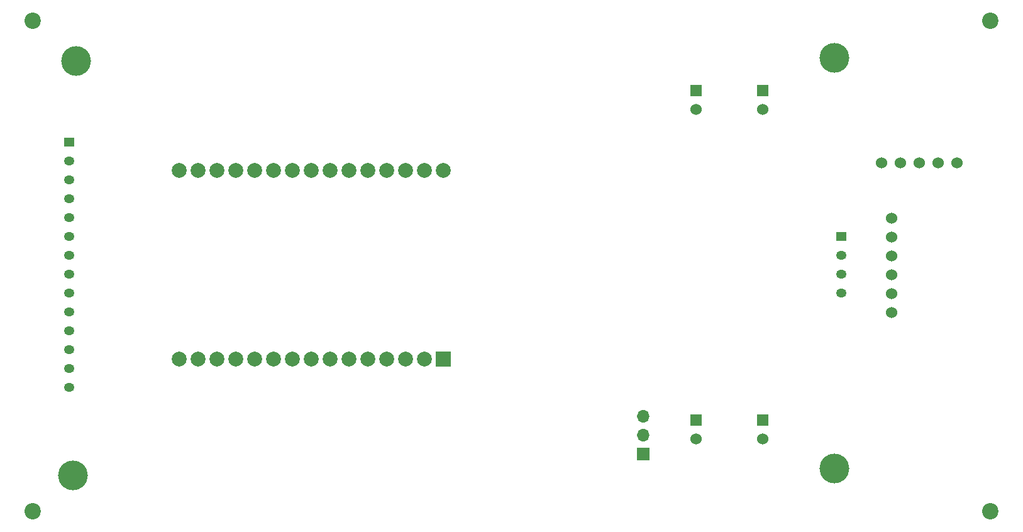
<source format=gbr>
%TF.GenerationSoftware,KiCad,Pcbnew,(6.0.0)*%
%TF.CreationDate,2022-06-02T21:19:14-07:00*%
%TF.ProjectId,mini_weather_monitor,6d696e69-5f77-4656-9174-6865725f6d6f,rev?*%
%TF.SameCoordinates,Original*%
%TF.FileFunction,Soldermask,Top*%
%TF.FilePolarity,Negative*%
%FSLAX46Y46*%
G04 Gerber Fmt 4.6, Leading zero omitted, Abs format (unit mm)*
G04 Created by KiCad (PCBNEW (6.0.0)) date 2022-06-02 21:19:14*
%MOMM*%
%LPD*%
G01*
G04 APERTURE LIST*
%ADD10R,1.700000X1.700000*%
%ADD11O,1.700000X1.700000*%
%ADD12C,1.524000*%
%ADD13C,2.200000*%
%ADD14O,1.400000X1.200000*%
%ADD15R,1.400000X1.200000*%
%ADD16C,4.000000*%
%ADD17R,2.000000X2.000000*%
%ADD18C,2.000000*%
%ADD19R,1.524000X1.524000*%
G04 APERTURE END LIST*
D10*
%TO.C,J1*%
X151195000Y-125335000D03*
D11*
X151195000Y-122795000D03*
X151195000Y-120255000D03*
%TD*%
D12*
%TO.C,U2_BME280*%
X184697000Y-93554000D03*
X184697000Y-96094000D03*
X184697000Y-98634000D03*
X184697000Y-101174000D03*
X184697000Y-103714000D03*
X184697000Y-106254000D03*
%TD*%
D13*
%TO.C,H1*%
X69000000Y-67000000D03*
%TD*%
%TO.C,H2*%
X198000000Y-67000000D03*
%TD*%
%TO.C,H4*%
X198000000Y-133000000D03*
%TD*%
D12*
%TO.C,U3_BH1750*%
X193500000Y-86075000D03*
X190960000Y-86075000D03*
X188420000Y-86075000D03*
X185880000Y-86075000D03*
X183340000Y-86075000D03*
%TD*%
D14*
%TO.C,U2*%
X177940000Y-103610000D03*
X177940000Y-101070000D03*
X177940000Y-98530000D03*
D15*
X177940000Y-95990000D03*
D14*
X73900000Y-116310000D03*
X73900000Y-113770000D03*
X73900000Y-111230000D03*
X73900000Y-108690000D03*
X73900000Y-106150000D03*
X73900000Y-103610000D03*
X73900000Y-101070000D03*
X73900000Y-98530000D03*
X73900000Y-95990000D03*
X73900000Y-93450000D03*
X73900000Y-90910000D03*
X73900000Y-88370000D03*
X73900000Y-85830000D03*
D15*
X73900000Y-83290000D03*
D16*
X176940000Y-127250000D03*
X74900000Y-72350000D03*
X74410000Y-128150000D03*
X176940000Y-71930000D03*
%TD*%
D13*
%TO.C,H3*%
X69000000Y-133000000D03*
%TD*%
D17*
%TO.C,U_ESP32_DEVKIT_V1*%
X124315000Y-112500000D03*
D18*
X121775000Y-112500000D03*
X119235000Y-112500000D03*
X116695000Y-112500000D03*
X114155000Y-112500000D03*
X111615000Y-112500000D03*
X109075000Y-112500000D03*
X106535000Y-112500000D03*
X103995000Y-112500000D03*
X101455000Y-112500000D03*
X98915000Y-112500000D03*
X96375000Y-112500000D03*
X93835000Y-112500000D03*
X91295000Y-112500000D03*
X88755000Y-112500000D03*
X88755000Y-87100000D03*
X91295000Y-87100000D03*
X93835000Y-87100000D03*
X96375000Y-87100000D03*
X98915000Y-87100000D03*
X101455000Y-87100000D03*
X103995000Y-87100000D03*
X106535000Y-87100000D03*
X109075000Y-87100000D03*
X111615000Y-87100000D03*
X114155000Y-87100000D03*
X116695000Y-87100000D03*
X119235000Y-87100000D03*
X121775000Y-87100000D03*
X124315000Y-87100000D03*
%TD*%
D12*
%TO.C,U1*%
X167311500Y-78875000D03*
D19*
X167311500Y-76335000D03*
D12*
X158311500Y-78875000D03*
D19*
X158311500Y-76335000D03*
D12*
X167311500Y-123235000D03*
D19*
X167311500Y-120695000D03*
D12*
X158311500Y-123235000D03*
D19*
X158311500Y-120695000D03*
%TD*%
M02*

</source>
